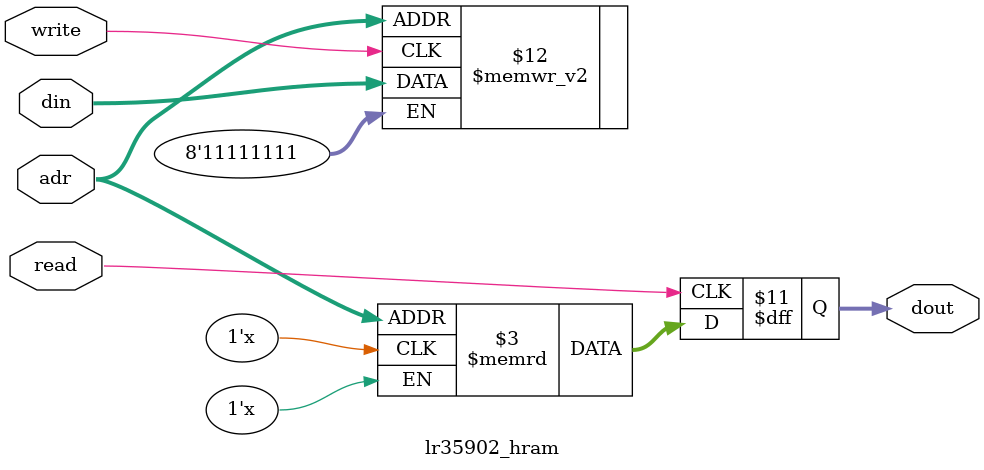
<source format=v>
`default_nettype none

(* nolatches *)
module lr35902_hram(
		output reg  [7:0] dout,
		input  wire [7:0] din,

		input  wire [6:0] adr,
		input  wire       read,
		input  wire       write,
	);

	reg [7:0] ram[0:127];

	always @(posedge read) begin
		dout <= ram[adr];
	end

	always @(posedge write) begin
		ram[adr] <= din;
	end

endmodule


</source>
